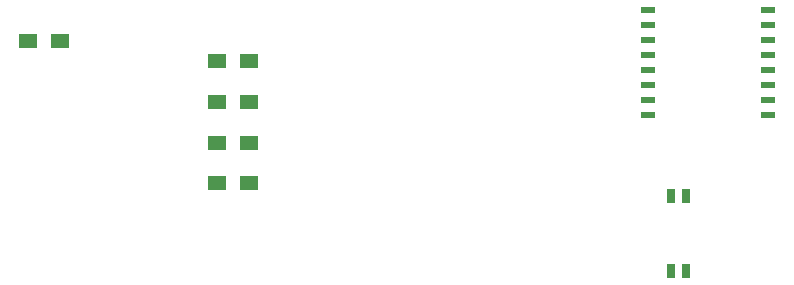
<source format=gbr>
G04 #@! TF.GenerationSoftware,KiCad,Pcbnew,(5.1.5)-3*
G04 #@! TF.CreationDate,2020-11-01T16:25:03+00:00*
G04 #@! TF.ProjectId,ESPControllerCircuit,45535043-6f6e-4747-926f-6c6c65724369,rev?*
G04 #@! TF.SameCoordinates,Original*
G04 #@! TF.FileFunction,Paste,Top*
G04 #@! TF.FilePolarity,Positive*
%FSLAX46Y46*%
G04 Gerber Fmt 4.6, Leading zero omitted, Abs format (unit mm)*
G04 Created by KiCad (PCBNEW (5.1.5)-3) date 2020-11-01 16:25:03*
%MOMM*%
%LPD*%
G04 APERTURE LIST*
%ADD10R,1.143000X0.508000*%
%ADD11R,1.500000X1.300000*%
%ADD12R,0.800000X1.300000*%
G04 APERTURE END LIST*
D10*
X127170000Y-108555000D03*
X127170000Y-109825000D03*
X127170000Y-111095000D03*
X127170000Y-112365000D03*
X127170000Y-113635000D03*
X127170000Y-114905000D03*
X127170000Y-116175000D03*
X127170000Y-117445000D03*
X137330000Y-117445000D03*
X137330000Y-116175000D03*
X137330000Y-114905000D03*
X137330000Y-113635000D03*
X137330000Y-112365000D03*
X137330000Y-111095000D03*
X137330000Y-109825000D03*
X137330000Y-108555000D03*
D11*
X93350000Y-123250000D03*
X90650000Y-123250000D03*
X93350000Y-119812500D03*
X90650000Y-119812500D03*
D12*
X130390000Y-124350000D03*
X129110000Y-124350000D03*
X129110000Y-130650000D03*
X130390000Y-130650000D03*
D11*
X93350000Y-116375000D03*
X90650000Y-116375000D03*
X93350000Y-112937500D03*
X90650000Y-112937500D03*
X77350000Y-111250000D03*
X74650000Y-111250000D03*
M02*

</source>
